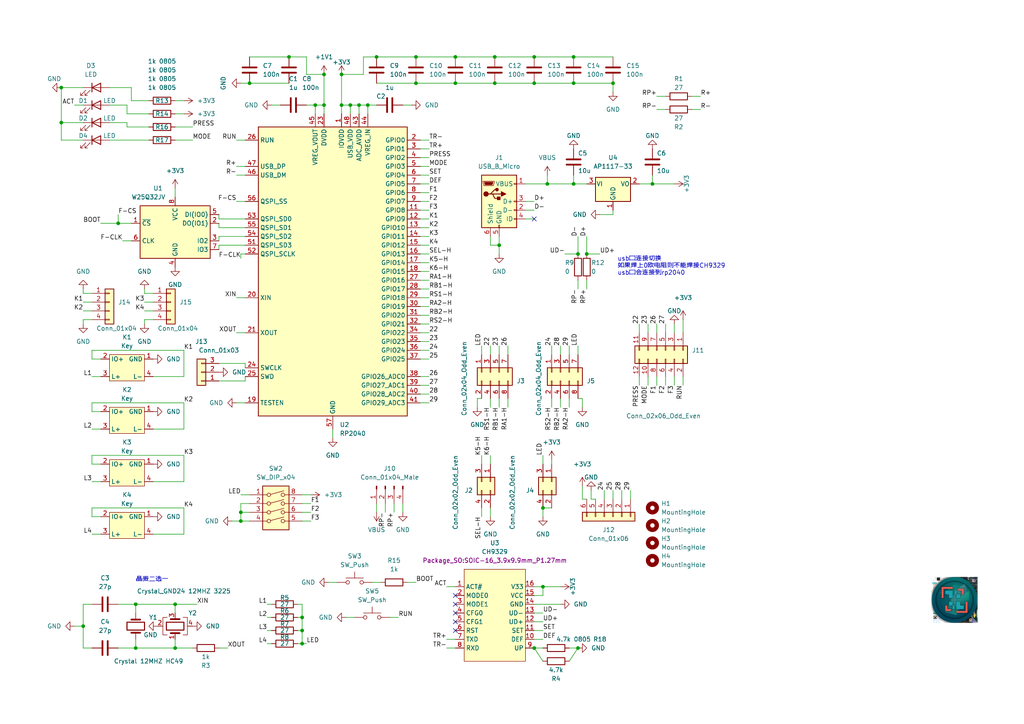
<source format=kicad_sch>
(kicad_sch (version 20211123) (generator eeschema)
  (paper "A4")
  (title_block (title "RKD-stand") (date "2023-01-30") (rev "35") (company "PCX-LK") (comment 1 "https://github.com/PCX-LK/RKD"))
  (junction (at 167.64 187.96))
  (junction (at 154.94 16.51))
  (junction (at 99.06 30.48))
  (junction (at 166.37 16.51))
  (junction (at 109.22 16.51))
  (junction (at 166.37 24.13))
  (junction (at 157.48 170.18))
  (junction (at 83.82 16.51))
  (junction (at 91.44 30.48))
  (junction (at 120.65 16.51))
  (junction (at 24.13 181.61))
  (junction (at 189.23 53.34))
  (junction (at 93.98 30.48))
  (junction (at 170.18 73.66))
  (junction (at 177.8 24.13))
  (junction (at 39.37 175.26))
  (junction (at 93.98 21.59))
  (junction (at 69.85 151.13))
  (junction (at 104.14 30.48))
  (junction (at 17.78 25.4))
  (junction (at 143.51 16.51))
  (junction (at 69.85 148.59))
  (junction (at 143.51 24.13))
  (junction (at 167.64 73.66))
  (junction (at 166.37 53.34))
  (junction (at 132.08 16.51))
  (junction (at 158.75 53.34))
  (junction (at 87.63 186.69))
  (junction (at 72.39 24.13))
  (junction (at 87.63 179.07))
  (junction (at 99.06 21.59))
  (junction (at 87.63 182.88))
  (junction (at 154.94 187.96))
  (junction (at 106.68 30.48))
  (junction (at 132.08 24.13))
  (junction (at 34.29 64.77))
  (junction (at 17.78 35.56))
  (junction (at 157.48 147.32))
  (junction (at 50.8 175.26))
  (junction (at 101.6 30.48))
  (junction (at 154.94 24.13))
  (junction (at 120.65 24.13))
  (junction (at 144.78 71.12))
  (junction (at 50.8 187.96))
  (junction (at 39.37 187.96))
  (no_connect (at 132.08 180.34))
  (no_connect (at 132.08 172.72))
  (no_connect (at 132.08 175.26))
  (no_connect (at 132.08 177.8))
  (no_connect (at 154.94 63.5))
  (no_connect (at 132.08 182.88))
  (wire (pts (xy 172.72 144.78) (xy 171.45 144.78)))
  (wire (pts (xy 29.21 149.86) (xy 26.67 149.86)))
  (wire (pts (xy 139.7 132.08) (xy 139.7 134.62)))
  (wire (pts (xy 109.22 146.05) (xy 109.22 148.59)))
  (wire (pts (xy 77.47 186.69) (xy 78.74 186.69)))
  (wire (pts (xy 144.78 115.57) (xy 144.78 118.11)))
  (wire (pts (xy 63.5 64.77) (xy 63.5 66.04)))
  (wire (pts (xy 121.92 60.96) (xy 124.46 60.96)))
  (wire (pts (xy 121.92 88.9) (xy 124.46 88.9)))
  (wire (pts (xy 143.51 16.51) (xy 154.94 16.51)))
  (wire (pts (xy 72.39 24.13) (xy 83.82 24.13)))
  (wire (pts (xy 87.63 143.51) (xy 90.17 143.51)))
  (wire (pts (xy 109.22 16.51) (xy 120.65 16.51)))
  (wire (pts (xy 166.37 24.13) (xy 177.8 24.13)))
  (wire (pts (xy 26.67 85.09) (xy 24.13 85.09)))
  (wire (pts (xy 26.67 104.14) (xy 26.67 101.6)))
  (wire (pts (xy 88.9 21.59) (xy 93.98 21.59)))
  (wire (pts (xy 63.5 105.41) (xy 71.12 105.41)))
  (wire (pts (xy 50.8 187.96) (xy 55.88 187.96)))
  (wire (pts (xy 177.8 62.23) (xy 173.99 62.23)))
  (wire (pts (xy 144.78 68.58) (xy 144.78 71.12)))
  (wire (pts (xy 86.36 182.88) (xy 87.63 182.88)))
  (wire (pts (xy 36.83 33.02) (xy 43.18 33.02)))
  (wire (pts (xy 53.34 154.94) (xy 44.45 154.94)))
  (wire (pts (xy 63.5 71.12) (xy 71.12 71.12)))
  (wire (pts (xy 67.31 151.13) (xy 69.85 151.13)))
  (wire (pts (xy 87.63 182.88) (xy 87.63 179.07)))
  (wire (pts (xy 36.83 30.48) (xy 36.83 33.02)))
  (wire (pts (xy 142.24 149.86) (xy 142.24 147.32)))
  (wire (pts (xy 121.92 71.12) (xy 124.46 71.12)))
  (wire (pts (xy 144.78 71.12) (xy 144.78 73.66)))
  (wire (pts (xy 166.37 16.51) (xy 177.8 16.51)))
  (wire (pts (xy 195.58 109.22) (xy 195.58 111.76)))
  (wire (pts (xy 154.94 177.8) (xy 157.48 177.8)))
  (wire (pts (xy 63.5 63.5) (xy 71.12 63.5)))
  (wire (pts (xy 68.58 86.36) (xy 71.12 86.36)))
  (wire (pts (xy 142.24 100.33) (xy 142.24 102.87)))
  (wire (pts (xy 109.22 30.48) (xy 106.68 30.48)))
  (wire (pts (xy 99.06 21.59) (xy 105.41 21.59)))
  (wire (pts (xy 17.78 40.64) (xy 24.13 40.64)))
  (wire (pts (xy 114.3 146.05) (xy 114.3 148.59)))
  (wire (pts (xy 53.34 101.6) (xy 53.34 109.22)))
  (wire (pts (xy 50.8 175.26) (xy 57.15 175.26)))
  (wire (pts (xy 53.34 132.08) (xy 53.34 139.7)))
  (wire (pts (xy 189.23 50.8) (xy 189.23 53.34)))
  (wire (pts (xy 105.41 21.59) (xy 105.41 16.51)))
  (wire (pts (xy 29.21 139.7) (xy 26.67 139.7)))
  (wire (pts (xy 157.48 147.32) (xy 160.02 147.32)))
  (wire (pts (xy 162.56 100.33) (xy 162.56 102.87)))
  (wire (pts (xy 29.21 109.22) (xy 26.67 109.22)))
  (wire (pts (xy 120.65 16.51) (xy 132.08 16.51)))
  (wire (pts (xy 147.32 100.33) (xy 147.32 102.87)))
  (wire (pts (xy 39.37 187.96) (xy 39.37 185.42)))
  (wire (pts (xy 162.56 170.18) (xy 157.48 170.18)))
  (wire (pts (xy 71.12 68.58) (xy 63.5 68.58)))
  (wire (pts (xy 29.21 134.62) (xy 26.67 134.62)))
  (wire (pts (xy 158.75 50.8) (xy 158.75 53.34)))
  (wire (pts (xy 71.12 73.66) (xy 69.85 73.66)))
  (wire (pts (xy 147.32 115.57) (xy 147.32 118.11)))
  (wire (pts (xy 17.78 35.56) (xy 17.78 40.64)))
  (wire (pts (xy 180.34 142.24) (xy 180.34 144.78)))
  (wire (pts (xy 63.5 187.96) (xy 66.04 187.96)))
  (wire (pts (xy 68.58 40.64) (xy 71.12 40.64)))
  (wire (pts (xy 86.36 175.26) (xy 87.63 175.26)))
  (wire (pts (xy 177.8 62.23) (xy 177.8 60.96)))
  (wire (pts (xy 182.88 142.24) (xy 182.88 144.78)))
  (wire (pts (xy 198.12 92.71) (xy 198.12 96.52)))
  (wire (pts (xy 26.67 92.71) (xy 24.13 92.71)))
  (wire (pts (xy 121.92 58.42) (xy 124.46 58.42)))
  (wire (pts (xy 162.56 115.57) (xy 162.56 118.11)))
  (wire (pts (xy 50.8 54.61) (xy 50.8 57.15)))
  (wire (pts (xy 121.92 48.26) (xy 124.46 48.26)))
  (wire (pts (xy 41.91 90.17) (xy 44.45 90.17)))
  (wire (pts (xy 152.4 60.96) (xy 154.94 60.96)))
  (wire (pts (xy 170.18 81.28) (xy 170.18 83.82)))
  (wire (pts (xy 106.68 30.48) (xy 106.68 33.02)))
  (wire (pts (xy 152.4 63.5) (xy 154.94 63.5)))
  (wire (pts (xy 41.91 92.71) (xy 41.91 93.98)))
  (wire (pts (xy 50.8 33.02) (xy 53.34 33.02)))
  (wire (pts (xy 83.82 16.51) (xy 88.9 16.51)))
  (wire (pts (xy 24.13 85.09) (xy 24.13 83.82)))
  (wire (pts (xy 111.76 146.05) (xy 111.76 148.59)))
  (wire (pts (xy 87.63 148.59) (xy 90.17 148.59)))
  (wire (pts (xy 63.5 66.04) (xy 71.12 66.04)))
  (wire (pts (xy 142.24 132.08) (xy 142.24 134.62)))
  (wire (pts (xy 44.45 92.71) (xy 41.91 92.71)))
  (wire (pts (xy 99.06 21.59) (xy 99.06 30.48)))
  (wire (pts (xy 69.85 146.05) (xy 69.85 148.59)))
  (wire (pts (xy 88.9 16.51) (xy 88.9 21.59)))
  (wire (pts (xy 87.63 175.26) (xy 87.63 179.07)))
  (wire (pts (xy 171.45 144.78) (xy 171.45 142.24)))
  (wire (pts (xy 26.67 119.38) (xy 26.67 116.84)))
  (wire (pts (xy 36.83 35.56) (xy 36.83 36.83)))
  (wire (pts (xy 104.14 30.48) (xy 106.68 30.48)))
  (wire (pts (xy 69.85 151.13) (xy 72.39 151.13)))
  (wire (pts (xy 24.13 30.48) (xy 21.59 30.48)))
  (wire (pts (xy 116.84 146.05) (xy 116.84 148.59)))
  (wire (pts (xy 121.92 116.84) (xy 124.46 116.84)))
  (wire (pts (xy 107.95 168.91) (xy 110.49 168.91)))
  (wire (pts (xy 121.92 55.88) (xy 124.46 55.88)))
  (wire (pts (xy 39.37 187.96) (xy 50.8 187.96)))
  (wire (pts (xy 87.63 186.69) (xy 88.9 186.69)))
  (wire (pts (xy 53.34 29.21) (xy 50.8 29.21)))
  (wire (pts (xy 121.92 45.72) (xy 124.46 45.72)))
  (wire (pts (xy 121.92 111.76) (xy 124.46 111.76)))
  (wire (pts (xy 63.5 63.5) (xy 63.5 62.23)))
  (wire (pts (xy 158.75 53.34) (xy 166.37 53.34)))
  (wire (pts (xy 154.94 175.26) (xy 162.56 175.26)))
  (wire (pts (xy 121.92 81.28) (xy 124.46 81.28)))
  (wire (pts (xy 168.91 140.97) (xy 168.91 144.78)))
  (wire (pts (xy 78.74 30.48) (xy 81.28 30.48)))
  (wire (pts (xy 69.85 73.66) (xy 69.85 74.93)))
  (wire (pts (xy 41.91 87.63) (xy 44.45 87.63)))
  (wire (pts (xy 17.78 35.56) (xy 24.13 35.56)))
  (wire (pts (xy 170.18 73.66) (xy 173.99 73.66)))
  (wire (pts (xy 53.34 139.7) (xy 44.45 139.7)))
  (wire (pts (xy 69.85 24.13) (xy 72.39 24.13)))
  (wire (pts (xy 93.98 21.59) (xy 93.98 30.48)))
  (wire (pts (xy 198.12 109.22) (xy 198.12 111.76)))
  (wire (pts (xy 26.67 101.6) (xy 53.34 101.6)))
  (wire (pts (xy 86.36 179.07) (xy 87.63 179.07)))
  (wire (pts (xy 129.54 170.18) (xy 132.08 170.18)))
  (wire (pts (xy 154.94 170.18) (xy 157.48 170.18)))
  (wire (pts (xy 190.5 109.22) (xy 190.5 111.76)))
  (wire (pts (xy 121.92 91.44) (xy 124.46 91.44)))
  (wire (pts (xy 157.48 149.86) (xy 157.48 147.32)))
  (wire (pts (xy 50.8 40.64) (xy 55.88 40.64)))
  (wire (pts (xy 29.21 64.77) (xy 34.29 64.77)))
  (wire (pts (xy 29.21 154.94) (xy 26.67 154.94)))
  (wire (pts (xy 129.54 185.42) (xy 132.08 185.42)))
  (wire (pts (xy 50.8 175.26) (xy 50.8 177.8)))
  (wire (pts (xy 71.12 109.22) (xy 71.12 110.49)))
  (wire (pts (xy 105.41 16.51) (xy 109.22 16.51)))
  (wire (pts (xy 200.66 27.94) (xy 203.2 27.94)))
  (wire (pts (xy 71.12 105.41) (xy 71.12 106.68)))
  (wire (pts (xy 96.52 124.46) (xy 96.52 127)))
  (wire (pts (xy 24.13 90.17) (xy 26.67 90.17)))
  (wire (pts (xy 132.08 24.13) (xy 143.51 24.13)))
  (wire (pts (xy 143.51 24.13) (xy 154.94 24.13)))
  (wire (pts (xy 104.14 30.48) (xy 104.14 33.02)))
  (wire (pts (xy 157.48 182.88) (xy 154.94 182.88)))
  (wire (pts (xy 185.42 93.98) (xy 185.42 96.52)))
  (wire (pts (xy 189.23 53.34) (xy 185.42 53.34)))
  (wire (pts (xy 129.54 187.96) (xy 132.08 187.96)))
  (wire (pts (xy 160.02 115.57) (xy 160.02 118.11)))
  (wire (pts (xy 101.6 30.48) (xy 104.14 30.48)))
  (wire (pts (xy 53.34 124.46) (xy 44.45 124.46)))
  (wire (pts (xy 165.1 115.57) (xy 165.1 118.11)))
  (wire (pts (xy 109.22 24.13) (xy 120.65 24.13)))
  (wire (pts (xy 31.75 30.48) (xy 36.83 30.48)))
  (wire (pts (xy 121.92 63.5) (xy 124.46 63.5)))
  (wire (pts (xy 154.94 187.96) (xy 157.48 191.77)))
  (wire (pts (xy 121.92 78.74) (xy 124.46 78.74)))
  (wire (pts (xy 121.92 99.06) (xy 124.46 99.06)))
  (wire (pts (xy 39.37 175.26) (xy 50.8 175.26)))
  (wire (pts (xy 157.48 132.08) (xy 157.48 134.62)))
  (wire (pts (xy 193.04 109.22) (xy 193.04 111.76)))
  (wire (pts (xy 63.5 72.39) (xy 63.5 71.12)))
  (wire (pts (xy 88.9 30.48) (xy 91.44 30.48)))
  (wire (pts (xy 165.1 191.77) (xy 167.64 187.96)))
  (wire (pts (xy 17.78 25.4) (xy 17.78 35.56)))
  (wire (pts (xy 87.63 146.05) (xy 90.17 146.05)))
  (wire (pts (xy 38.1 29.21) (xy 38.1 25.4)))
  (wire (pts (xy 177.8 142.24) (xy 177.8 144.78)))
  (wire (pts (xy 99.06 30.48) (xy 101.6 30.48)))
  (wire (pts (xy 200.66 31.75) (xy 203.2 31.75)))
  (wire (pts (xy 160.02 133.35) (xy 160.02 134.62)))
  (wire (pts (xy 121.92 83.82) (xy 124.46 83.82)))
  (wire (pts (xy 68.58 50.8) (xy 71.12 50.8)))
  (wire (pts (xy 154.94 187.96) (xy 157.48 187.96)))
  (wire (pts (xy 154.94 16.51) (xy 166.37 16.51)))
  (wire (pts (xy 177.8 24.13) (xy 177.8 26.67)))
  (wire (pts (xy 69.85 148.59) (xy 72.39 148.59)))
  (wire (pts (xy 154.94 185.42) (xy 157.48 185.42)))
  (wire (pts (xy 139.7 100.33) (xy 139.7 102.87)))
  (wire (pts (xy 24.13 175.26) (xy 24.13 181.61)))
  (wire (pts (xy 26.67 149.86) (xy 26.67 147.32)))
  (wire (pts (xy 163.83 73.66) (xy 167.64 73.66)))
  (wire (pts (xy 121.92 68.58) (xy 124.46 68.58)))
  (wire (pts (xy 187.96 93.98) (xy 187.96 96.52)))
  (wire (pts (xy 154.94 172.72) (xy 157.48 172.72)))
  (wire (pts (xy 26.67 175.26) (xy 24.13 175.26)))
  (wire (pts (xy 69.85 148.59) (xy 69.85 151.13)))
  (wire (pts (xy 121.92 101.6) (xy 124.46 101.6)))
  (wire (pts (xy 165.1 100.33) (xy 165.1 102.87)))
  (wire (pts (xy 113.03 179.07) (xy 115.57 179.07)))
  (wire (pts (xy 121.92 73.66) (xy 124.46 73.66)))
  (wire (pts (xy 31.75 35.56) (xy 36.83 35.56)))
  (wire (pts (xy 17.78 25.4) (xy 24.13 25.4)))
  (wire (pts (xy 39.37 175.26) (xy 39.37 177.8)))
  (wire (pts (xy 168.91 115.57) (xy 168.91 118.11)))
  (wire (pts (xy 132.08 16.51) (xy 143.51 16.51)))
  (wire (pts (xy 72.39 16.51) (xy 83.82 16.51)))
  (wire (pts (xy 170.18 68.58) (xy 170.18 73.66)))
  (wire (pts (xy 77.47 179.07) (xy 78.74 179.07)))
  (wire (pts (xy 34.29 64.77) (xy 38.1 64.77)))
  (wire (pts (xy 68.58 96.52) (xy 71.12 96.52)))
  (wire (pts (xy 167.64 68.58) (xy 167.64 73.66)))
  (wire (pts (xy 91.44 30.48) (xy 91.44 33.02)))
  (wire (pts (xy 99.06 33.02) (xy 99.06 30.48)))
  (wire (pts (xy 142.24 115.57) (xy 142.24 118.11)))
  (wire (pts (xy 36.83 36.83) (xy 43.18 36.83)))
  (wire (pts (xy 41.91 83.82) (xy 41.91 85.09)))
  (wire (pts (xy 87.63 186.69) (xy 87.63 182.88)))
  (wire (pts (xy 167.64 81.28) (xy 167.64 83.82)))
  (wire (pts (xy 26.67 147.32) (xy 53.34 147.32)))
  (wire (pts (xy 95.25 168.91) (xy 97.79 168.91)))
  (wire (pts (xy 53.34 116.84) (xy 53.34 124.46)))
  (wire (pts (xy 121.92 43.18) (xy 124.46 43.18)))
  (wire (pts (xy 69.85 146.05) (xy 72.39 146.05)))
  (wire (pts (xy 21.59 181.61) (xy 24.13 181.61)))
  (wire (pts (xy 167.64 115.57) (xy 168.91 115.57)))
  (wire (pts (xy 77.47 175.26) (xy 78.74 175.26)))
  (wire (pts (xy 63.5 110.49) (xy 71.12 110.49)))
  (wire (pts (xy 139.7 115.57) (xy 138.43 115.57)))
  (wire (pts (xy 86.36 186.69) (xy 87.63 186.69)))
  (wire (pts (xy 121.92 93.98) (xy 124.46 93.98)))
  (wire (pts (xy 121.92 76.2) (xy 124.46 76.2)))
  (wire (pts (xy 34.29 62.23) (xy 34.29 64.77)))
  (wire (pts (xy 142.24 71.12) (xy 144.78 71.12)))
  (wire (pts (xy 120.65 24.13) (xy 132.08 24.13)))
  (wire (pts (xy 34.29 187.96) (xy 39.37 187.96)))
  (wire (pts (xy 35.56 69.85) (xy 38.1 69.85)))
  (wire (pts (xy 121.92 40.64) (xy 124.46 40.64)))
  (wire (pts (xy 77.47 182.88) (xy 78.74 182.88)))
  (wire (pts (xy 53.34 147.32) (xy 53.34 154.94)))
  (wire (pts (xy 139.7 149.86) (xy 139.7 147.32)))
  (wire (pts (xy 142.24 68.58) (xy 142.24 71.12)))
  (wire (pts (xy 187.96 109.22) (xy 187.96 111.76)))
  (wire (pts (xy 154.94 24.13) (xy 166.37 24.13)))
  (wire (pts (xy 154.94 180.34) (xy 157.48 180.34)))
  (wire (pts (xy 121.92 50.8) (xy 124.46 50.8)))
  (wire (pts (xy 43.18 29.21) (xy 38.1 29.21)))
  (wire (pts (xy 29.21 119.38) (xy 26.67 119.38)))
  (wire (pts (xy 69.85 143.51) (xy 72.39 143.51)))
  (wire (pts (xy 157.48 172.72) (xy 157.48 170.18)))
  (wire (pts (xy 185.42 109.22) (xy 185.42 111.76)))
  (wire (pts (xy 189.23 53.34) (xy 195.58 53.34)))
  (wire (pts (xy 29.21 104.14) (xy 26.67 104.14)))
  (wire (pts (xy 50.8 36.83) (xy 55.88 36.83)))
  (wire (pts (xy 190.5 31.75) (xy 193.04 31.75)))
  (wire (pts (xy 121.92 109.22) (xy 124.46 109.22)))
  (wire (pts (xy 24.13 87.63) (xy 26.67 87.63)))
  (wire (pts (xy 63.5 68.58) (xy 63.5 69.85)))
  (wire (pts (xy 168.91 144.78) (xy 170.18 144.78)))
  (wire (pts (xy 144.78 100.33) (xy 144.78 102.87)))
  (wire (pts (xy 118.11 168.91) (xy 120.65 168.91)))
  (wire (pts (xy 24.13 181.61) (xy 24.13 187.96)))
  (wire (pts (xy 31.75 25.4) (xy 38.1 25.4)))
  (wire (pts (xy 24.13 92.71) (xy 24.13 93.98)))
  (wire (pts (xy 166.37 50.8) (xy 166.37 53.34)))
  (wire (pts (xy 193.04 93.98) (xy 193.04 96.52)))
  (wire (pts (xy 190.5 27.94) (xy 193.04 27.94)))
  (wire (pts (xy 190.5 93.98) (xy 190.5 96.52)))
  (wire (pts (xy 165.1 187.96) (xy 167.64 187.96)))
  (wire (pts (xy 121.92 114.3) (xy 124.46 114.3)))
  (wire (pts (xy 195.58 93.98) (xy 195.58 96.52)))
  (wire (pts (xy 166.37 53.34) (xy 170.18 53.34)))
  (wire (pts (xy 93.98 33.02) (xy 93.98 30.48)))
  (wire (pts (xy 160.02 100.33) (xy 160.02 102.87)))
  (wire (pts (xy 34.29 175.26) (xy 39.37 175.26)))
  (wire (pts (xy 121.92 66.04) (xy 124.46 66.04)))
  (wire (pts (xy 116.84 30.48) (xy 119.38 30.48)))
  (wire (pts (xy 101.6 30.48) (xy 101.6 33.02)))
  (wire (pts (xy 68.58 48.26) (xy 71.12 48.26)))
  (wire (pts (xy 50.8 185.42) (xy 50.8 187.96)))
  (wire (pts (xy 138.43 115.57) (xy 138.43 118.11)))
  (wire (pts (xy 152.4 58.42) (xy 154.94 58.42)))
  (wire (pts (xy 68.58 116.84) (xy 71.12 116.84)))
  (wire (pts (xy 93.98 30.48) (xy 91.44 30.48)))
  (wire (pts (xy 41.91 85.09) (xy 44.45 85.09)))
  (wire (pts (xy 121.92 96.52) (xy 124.46 96.52)))
  (wire (pts (xy 87.63 151.13) (xy 90.17 151.13)))
  (wire (pts (xy 26.67 132.08) (xy 53.34 132.08)))
  (wire (pts (xy 26.67 134.62) (xy 26.67 132.08)))
  (wire (pts (xy 31.75 40.64) (xy 43.18 40.64)))
  (wire (pts (xy 29.21 124.46) (xy 26.67 124.46)))
  (wire (pts (xy 167.64 100.33) (xy 167.64 102.87)))
  (wire (pts (xy 26.67 116.84) (xy 53.34 116.84)))
  (wire (pts (xy 121.92 104.14) (xy 124.46 104.14)))
  (wire (pts (xy 68.58 58.42) (xy 71.12 58.42)))
  (wire (pts (xy 152.4 53.34) (xy 158.75 53.34)))
  (wire (pts (xy 121.92 53.34) (xy 124.46 53.34)))
  (wire (pts (xy 24.13 187.96) (xy 26.67 187.96)))
  (wire (pts (xy 100.33 179.07) (xy 102.87 179.07)))
  (wire (pts (xy 121.92 86.36) (xy 124.46 86.36)))
  (wire (pts (xy 175.26 142.24) (xy 175.26 144.78)))
  (wire (pts (xy 53.34 109.22) (xy 44.45 109.22)))
  (image (at 276.86 173.99) (scale 0.145832))
  (text "usb口连接切换\n如果焊上0欧电阻则不能焊接CH9329\nusb口会连接到rp2040" (at 179.07 80.01 0) (effects (font (size 1.27 1.27)) (justify left bottom)))
  (text "晶振二选一" (at 39.37 168.91 0) (effects (font (size 1.27 1.27)) (justify left bottom)))
  (label "RUN" (at 68.58 40.64 180))
  (label "22" (at 142.24 100.33 90))
  (label "L3" (at 77.47 182.88 180))
  (label "R-" (at 203.2 31.75 0))
  (label "24" (at 175.26 142.24 90))
  (label "BOOT" (at 29.21 64.77 180))
  (label "RB2-H" (at 162.56 118.11 270))
  (label "29" (at 165.1 100.33 90))
  (label "UD+" (at 173.99 73.66 0))
  (label "PRESS" (at 55.88 36.83 0))
  (label "RS2-H" (at 160.02 118.11 270))
  (label "K4" (at 41.91 90.17 180))
  (label "F1" (at 124.46 55.88 0))
  (label "RP+" (at 190.5 27.94 180))
  (label "22" (at 185.42 93.98 90))
  (label "25" (at 124.46 104.14 0))
  (label "R-" (at 68.58 50.8 180))
  (label "RA2-H" (at 124.46 88.9 0))
  (label "K6-H" (at 142.24 132.08 90))
  (label "RA1-H" (at 124.46 81.28 0))
  (label "F1" (at 90.17 146.05 0))
  (label "K2" (at 124.46 66.04 0))
  (label "27" (at 193.04 93.98 90))
  (label "L2" (at 77.47 179.07 180))
  (label "PRESS" (at 124.46 45.72 0))
  (label "RP-" (at 111.76 148.59 270))
  (label "28" (at 162.56 100.33 90))
  (label "RP+" (at 170.18 83.82 270))
  (label "UD-" (at 163.83 73.66 180))
  (label "LED" (at 88.9 186.69 0))
  (label "RP+" (at 114.3 148.59 270))
  (label "24" (at 160.02 100.33 90))
  (label "TR+" (at 124.46 43.18 0))
  (label "22" (at 124.46 96.52 0))
  (label "RB1-H" (at 124.46 83.82 0))
  (label "F-CS" (at 68.58 58.42 180))
  (label "RA1-H" (at 147.32 118.11 270))
  (label "BOOT" (at 120.65 168.91 0))
  (label "28" (at 124.46 114.3 0))
  (label "LED" (at 139.7 100.33 90))
  (label "K4" (at 53.34 147.32 0))
  (label "UD+" (at 157.48 180.34 0))
  (label "R+" (at 203.2 27.94 0))
  (label "XOUT" (at 68.58 96.52 180))
  (label "K3" (at 53.34 132.08 0))
  (label "26" (at 124.46 109.22 0))
  (label "F3" (at 124.46 60.96 0))
  (label "K5-H" (at 139.7 132.08 90))
  (label "RB1-H" (at 144.78 118.11 270))
  (label "K3" (at 41.91 87.63 180))
  (label "24" (at 124.46 101.6 0))
  (label "PRESS" (at 185.42 111.76 270))
  (label "RS1-H" (at 142.24 118.11 270))
  (label "SEL-H" (at 139.7 149.86 270))
  (label "L3" (at 26.67 139.7 180))
  (label "28" (at 180.34 142.24 90))
  (label "L4" (at 26.67 154.94 180))
  (label "27" (at 124.46 111.76 0))
  (label "F-CLK" (at 69.85 74.93 180))
  (label "29" (at 182.88 142.24 90))
  (label "23" (at 144.78 100.33 90))
  (label "XIN" (at 57.15 175.26 0))
  (label "K2" (at 53.34 116.84 0))
  (label "25" (at 177.8 142.24 90))
  (label "D+" (at 154.94 58.42 0))
  (label "DEF" (at 124.46 53.34 0))
  (label "K4" (at 124.46 71.12 0))
  (label "R+" (at 68.58 48.26 180))
  (label "F1" (at 190.5 111.76 270))
  (label "RS1-H" (at 124.46 86.36 0))
  (label "MODE" (at 187.96 111.76 270))
  (label "LED" (at 167.64 100.33 90))
  (label "SET" (at 157.48 182.88 0))
  (label "UD-" (at 157.48 177.8 0))
  (label "K1" (at 124.46 63.5 0))
  (label "F-CLK" (at 35.56 69.85 180))
  (label "26" (at 147.32 100.33 90))
  (label "SEL-H" (at 124.46 73.66 0))
  (label "DEF" (at 157.48 185.42 0))
  (label "TR-" (at 129.54 187.96 180))
  (label "23" (at 187.96 93.98 90))
  (label "XOUT" (at 66.04 187.96 0))
  (label "F-CS" (at 34.29 62.23 0))
  (label "MODE" (at 124.46 48.26 0))
  (label "F2" (at 193.04 111.76 270))
  (label "K5-H" (at 124.46 76.2 0))
  (label "F3" (at 195.58 111.76 270))
  (label "F2" (at 124.46 58.42 0))
  (label "MODE" (at 55.88 40.64 0))
  (label "K3" (at 124.46 68.58 0))
  (label "K2" (at 24.13 90.17 180))
  (label "ACT" (at 129.54 170.18 180))
  (label "RS2-H" (at 124.46 93.98 0))
  (label "D-" (at 154.94 60.96 0))
  (label "TR-" (at 124.46 40.64 0))
  (label "RP-" (at 190.5 31.75 180))
  (label "29" (at 124.46 116.84 0))
  (label "SET" (at 124.46 50.8 0))
  (label "L1" (at 26.67 109.22 180))
  (label "F3" (at 90.17 151.13 0))
  (label "RP-" (at 167.64 83.82 270))
  (label "K1" (at 24.13 87.63 180))
  (label "L2" (at 26.67 124.46 180))
  (label "RB2-H" (at 124.46 91.44 0))
  (label "23" (at 124.46 99.06 0))
  (label "K6-H" (at 124.46 78.74 0))
  (label "D+" (at 170.18 68.58 90))
  (label "L1" (at 77.47 175.26 180))
  (label "LED" (at 157.48 132.08 90))
  (label "D-" (at 167.64 68.58 90))
  (label "F2" (at 90.17 148.59 0))
  (label "L4" (at 77.47 186.69 180))
  (label "RUN" (at 115.57 179.07 0))
  (label "XIN" (at 68.58 86.36 180))
  (label "26" (at 190.5 93.98 90))
  (label "LED" (at 69.85 143.51 180))
  (label "RA2-H" (at 165.1 118.11 270))
  (label "TR+" (at 129.54 185.42 180))
  (label "RUN" (at 198.12 111.76 270))
  (label "K1" (at 53.34 101.6 0))
  (label "ACT" (at 21.59 30.48 180))
  (symbol (lib_id "Device:R") (at 196.85 31.75 270) (unit 1)
    (property "Reference" "R2" (at 196.85 36.83 90))
    (property "Value" "27" (at 196.85 34.29 90))
    (property "Footprint" "Resistor_SMD:R_0805_2012Metric" (effects hide))
  )
  (symbol (lib_id "power:+1V1") (at 93.98 21.59 0) (unit 1)
    (property "Reference" "#PWR0109" (effects hide))
    (property "Value" "+1V1" (at 93.98 16.51 0))
  )
  (symbol (lib_id "power:+3V3") (at 53.34 29.21 270) (unit 1)
    (property "Reference" "#PWR04" (effects hide))
    (property "Value" "+3V3" (at 57.15 29.2101 90) (effects (justify left)))
  )
  (symbol (lib_id "power:GND") (at 44.45 149.86 90) (mirror x) (unit 1)
    (property "Reference" "#PWR0128" (effects hide))
    (property "Value" "GND" (at 48.26 149.8599 90) (effects (justify right)))
  )
  (symbol (lib_id "power:GND") (at 167.64 187.96 90) (unit 1)
    (property "Reference" "#PWR0114" (effects hide))
    (property "Value" "GND" (at 171.45 187.9599 90) (effects (justify right)))
  )
  (symbol (lib_id "Device:R") (at 46.99 29.21 90) (unit 1)
    (property "Reference" "R13" (at 46.99 29.21 90))
    (property "Value" "1k 0805" (at 46.99 17.78 90))
    (property "Footprint" "Resistor_SMD:R_0805_2012Metric" (effects hide))
  )
  (symbol (lib_id "Connector:USB_B_Micro") (at 144.78 58.42 0) (unit 1)
    (property "Reference" "J1" (at 144.78 45.72 0))
    (property "Value" "USB_B_Micro" (at 144.78 48.26 0))
    (property "Footprint" "foot:MICRO-USB-SMD_MICRO-4P-DIP-JB" (effects hide))
  )
  (symbol (lib_id "Device:C") (at 83.82 20.32 180) (unit 1)
    (property "Reference" "C8" (at 87.63 22.86 0) (effects (justify right)))
    (property "Value" "100n" (at 87.63 25.4 0) (effects (justify right)))
    (property "Footprint" "Capacitor_SMD:C_0805_2012Metric" (effects hide))
  )
  (symbol (lib_id "Switch:SW_Push") (at 107.95 179.07 0) (unit 1)
    (property "Reference" "SW5" (at 107.95 171.45 0))
    (property "Value" "SW_Push" (at 107.95 173.99 0))
    (property "Footprint" "Button_Switch_SMD:SW_Push_1P1T_NO_6x6mm_H9.5mm" (effects hide))
  )
  (symbol (lib_id "Device:R") (at 114.3 168.91 90) (unit 1)
    (property "Reference" "R15" (at 114.3 162.56 90))
    (property "Value" "1k" (at 114.3 165.1 90))
    (property "Footprint" "Resistor_SMD:R_0805_2012Metric" (effects hide))
  )
  (symbol (lib_id "Mechanical:MountingHole") (at 189.23 147.32 0) (unit 1)
    (property "Reference" "H1" (at 191.77 146.0499 0) (effects (justify left)))
    (property "Value" "MountingHole" (at 191.77 148.5899 0) (effects (justify left)))
    (property "Footprint" "foot:HO" (effects hide))
  )
  (symbol (lib_id "power:GND") (at 95.25 168.91 270) (unit 1)
    (property "Reference" "#PWR0141" (effects hide))
    (property "Value" "GND" (at 91.44 168.9099 90) (effects (justify right)))
  )
  (symbol (lib_id "Connector_Generic:Conn_01x06") (at 177.8 149.86 270) (unit 1)
    (property "Reference" "J12" (at 176.53 153.67 90))
    (property "Value" "Conn_01x06" (at 176.53 156.21 90))
    (property "Footprint" "Connector_PinHeader_2.54mm:PinHeader_1x06_P2.54mm_Vertical" (effects hide))
  )
  (symbol (lib_id "power:+3V3") (at 99.06 21.59 0) (unit 1)
    (property "Reference" "#PWR0110" (effects hide))
    (property "Value" "+3V3" (at 99.06 18.034 0))
  )
  (symbol (lib_name "Key_3") (lib_id "Key:Key") (at 36.83 152.4 0) (unit 1)
    (property "Reference" "K4" (at 36.83 143.51 0))
    (property "Value" "Key" (at 36.83 146.05 0))
    (property "Footprint" "foot:Key" (effects hide))
  )
  (symbol (lib_id "Device:C") (at 30.48 175.26 90) (unit 1)
    (property "Reference" "C3" (at 30.48 167.64 90))
    (property "Value" "27p" (at 30.48 170.18 90))
    (property "Footprint" "Capacitor_SMD:C_0805_2012Metric" (effects hide))
  )
  (symbol (lib_id "power:GND") (at 50.8 77.47 0) (unit 1)
    (property "Reference" "#PWR0107" (effects hide))
    (property "Value" "GND" (at 50.8 82.55 0))
  )
  (symbol (lib_id "Device:C") (at 109.22 20.32 0) (unit 1)
    (property "Reference" "C9" (at 113.03 19.0499 0) (effects (justify left)))
    (property "Value" "100n" (at 113.03 21.5899 0) (effects (justify left)))
    (property "Footprint" "Capacitor_SMD:C_0805_2012Metric" (effects hide))
  )
  (symbol (lib_id "power:GND") (at 166.37 43.18 0) (mirror x) (unit 1)
    (property "Reference" "#PWR0102" (effects hide))
    (property "Value" "GND" (at 166.37 39.37 0))
  )
  (symbol (lib_id "power:+3V3") (at 160.02 133.35 0) (mirror y) (unit 1)
    (property "Reference" "#PWR0129" (effects hide))
    (property "Value" "+3V3" (at 160.02 128.27 0))
  )
  (symbol (lib_id "power:+3V3") (at 53.34 33.02 270) (unit 1)
    (property "Reference" "#PWR0122" (effects hide))
    (property "Value" "+3V3" (at 57.15 33.0201 90) (effects (justify left)))
  )
  (symbol (lib_id "Device:LED") (at 27.94 30.48 0) (unit 1)
    (property "Reference" "D1" (at 24.13 29.21 0))
    (property "Value" "LED" (at 31.75 29.21 0))
    (property "Footprint" "foot:L1206" (effects hide))
  )
  (symbol (lib_name "Key_3") (lib_id "Key:Key") (at 36.83 137.16 0) (unit 1)
    (property "Reference" "K3" (at 36.83 128.27 0))
    (property "Value" "Key" (at 36.83 130.81 0))
    (property "Footprint" "foot:Key" (effects hide))
  )
  (symbol (lib_id "Memory_Flash:W25Q32JVSS") (at 50.8 67.31 0) (unit 1)
    (property "Reference" "U1" (at 44.45 54.61 0) (effects (justify left)))
    (property "Value" "W25Q32JV" (at 38.1 57.15 0) (effects (justify left)))
    (property "Footprint" "Package_SO:SOIC-8_5.23x5.23mm_P1.27mm" (effects hide))
    (property "Datasheet" "http://www.winbond.com/resource-files/w25q32jv%20revg%2003272018%20plus.pdf" (effects hide))
  )
  (symbol (lib_id "power:GND") (at 177.8 26.67 0) (unit 1)
    (property "Reference" "#PWR0121" (effects hide))
    (property "Value" "GND" (at 177.8 31.75 0))
  )
  (symbol (lib_id "power:GND") (at 138.43 118.11 0) (unit 1)
    (property "Reference" "#PWR0124" (effects hide))
    (property "Value" "GND" (at 138.43 123.19 0))
  )
  (symbol (lib_id "power:GND") (at 96.52 127 0) (unit 1)
    (property "Reference" "#PWR0119" (effects hide))
    (property "Value" "GND" (at 96.52 132.08 0))
  )
  (symbol (lib_id "power:GND") (at 41.91 93.98 0) (unit 1)
    (property "Reference" "#PWR08" (effects hide))
    (property "Value" "GND" (at 41.91 99.06 0))
  )
  (symbol (lib_id "power:+3V3") (at 198.12 92.71 0) (unit 1)
    (property "Reference" "#PWR0125" (effects hide))
    (property "Value" "+3V3" (at 198.12 86.36 0))
  )
  (symbol (lib_id "Mechanical:MountingHole") (at 189.23 162.56 0) (unit 1)
    (property "Reference" "H4" (at 191.77 161.2899 0) (effects (justify left)))
    (property "Value" "MountingHole" (at 191.77 163.8299 0) (effects (justify left)))
    (property "Footprint" "foot:HO" (effects hide))
  )
  (symbol (lib_id "power:GND") (at 144.78 73.66 0) (unit 1)
    (property "Reference" "#PWR0104" (effects hide))
    (property "Value" "GND" (at 144.78 78.74 0))
  )
  (symbol (lib_id "Connector:Conn_01x04_Male") (at 111.76 140.97 90) (mirror x) (unit 1)
    (property "Reference" "J10" (at 113.03 135.89 90))
    (property "Value" "Conn_01x04_Male" (at 113.03 138.43 90))
    (property "Footprint" "foot:XH-7mm" (effects hide))
  )
  (symbol (lib_name "Key_3") (lib_id "Key:Key") (at 36.83 121.92 0) (unit 1)
    (property "Reference" "K2" (at 36.83 113.03 0))
    (property "Value" "Key" (at 36.83 115.57 0))
    (property "Footprint" "foot:Key" (effects hide))
  )
  (symbol (lib_id "power:GND") (at 195.58 93.98 180) (unit 1)
    (property "Reference" "#PWR0136" (effects hide))
    (property "Value" "GND" (at 195.58 90.17 0))
  )
  (symbol (lib_id "Device:C") (at 113.03 30.48 90) (unit 1)
    (property "Reference" "C2" (at 110.49 27.94 90))
    (property "Value" "1u" (at 113.03 25.4 90))
    (property "Footprint" "Capacitor_SMD:C_0805_2012Metric" (effects hide))
  )
  (symbol (lib_id "power:GND") (at 189.23 43.18 0) (mirror x) (unit 1)
    (property "Reference" "#PWR0105" (effects hide))
    (property "Value" "GND" (at 189.23 39.37 0))
  )
  (symbol (lib_id "MCU_RaspberryPi:RP2040") (at 96.52 78.74 0) (unit 1)
    (property "Reference" "U2" (at 98.5394 123.19 0) (effects (justify left)))
    (property "Value" "RP2040" (at 98.5394 125.73 0) (effects (justify left)))
    (property "Footprint" "foot:RP2040-QFN-56" (effects hide))
    (property "Datasheet" "https://datasheets.raspberrypi.com/rp2040/rp2040-datasheet.pdf" (effects hide))
  )
  (symbol (lib_id "Device:R") (at 161.29 187.96 90) (unit 1)
    (property "Reference" "R18" (at 173.99 185.42 90))
    (property "Value" "4.7k 0805" (at 166.37 185.42 90))
    (property "Footprint" "Resistor_SMD:R_0805_2012Metric" (effects hide))
  )
  (symbol (lib_id "power:GND") (at 157.48 149.86 0) (unit 1)
    (property "Reference" "#PWR0133" (effects hide))
    (property "Value" "GND" (at 157.48 154.94 0))
  )
  (symbol (lib_id "Switch:SW_Push") (at 102.87 168.91 0) (unit 1)
    (property "Reference" "SW3" (at 102.87 161.29 0))
    (property "Value" "SW_Push" (at 102.87 163.83 0))
    (property "Footprint" "Button_Switch_SMD:SW_Push_1P1T_NO_6x6mm_H9.5mm" (effects hide))
  )
  (symbol (lib_id "Device:C") (at 189.23 46.99 180) (unit 1)
    (property "Reference" "C6" (at 190.5 44.45 0) (effects (justify right)))
    (property "Value" "10u" (at 190.5 49.53 0) (effects (justify right)))
    (property "Footprint" "Capacitor_SMD:C_0805_2012Metric" (effects hide))
  )
  (symbol (lib_id "ch9329:CH9329") (at 143.51 177.8 0) (unit 1)
    (property "Reference" "U3" (at 143.51 157.48 0))
    (property "Value" "CH9329" (at 143.51 160.02 0))
    (property "Footprint" "Package_SO:SOIC-16_3.9x9.9mm_P1.27mm" (at 143.51 162.56 0))
  )
  (symbol (lib_id "Device:C") (at 166.37 46.99 180) (unit 1)
    (property "Reference" "C5" (at 167.64 44.45 0) (effects (justify right)))
    (property "Value" "10u" (at 167.64 49.53 0) (effects (justify right)))
    (property "Footprint" "Capacitor_SMD:C_0805_2012Metric" (effects hide))
  )
  (symbol (lib_id "power:+3V3") (at 50.8 54.61 0) (unit 1)
    (property "Reference" "#PWR01" (effects hide))
    (property "Value" "+3V3" (at 50.8 49.53 0))
  )
  (symbol (lib_id "Device:C") (at 143.51 20.32 0) (unit 1)
    (property "Reference" "C12" (at 147.32 19.0499 0) (effects (justify left)))
    (property "Value" "100n" (at 147.32 21.5899 0) (effects (justify left)))
    (property "Footprint" "Capacitor_SMD:C_0805_2012Metric" (effects hide))
  )
  (symbol (lib_id "Device:C") (at 166.37 20.32 0) (unit 1)
    (property "Reference" "C14" (at 170.18 19.0499 0) (effects (justify left)))
    (property "Value" "100n" (at 170.18 21.5899 0) (effects (justify left)))
    (property "Footprint" "Capacitor_SMD:C_0805_2012Metric" (effects hide))
  )
  (symbol (lib_id "Device:C") (at 177.8 20.32 0) (unit 1)
    (property "Reference" "C15" (at 181.61 19.0499 0) (effects (justify left)))
    (property "Value" "100n" (at 181.61 21.5899 0) (effects (justify left)))
    (property "Footprint" "Capacitor_SMD:C_0805_2012Metric" (effects hide))
  )
  (symbol (lib_id "Switch:SW_DIP_x04") (at 80.01 148.59 0) (unit 1)
    (property "Reference" "SW2" (at 80.01 135.89 0))
    (property "Value" "SW_DIP_x04" (at 80.01 138.43 0))
    (property "Footprint" "Button_Switch_THT:SW_DIP_SPSTx04_Slide_9.78x12.34mm_W7.62mm_P2.54mm" (effects hide))
  )
  (symbol (lib_id "power:GND") (at 21.59 181.61 270) (unit 1)
    (property "Reference" "#PWR0120" (effects hide))
    (property "Value" "GND" (at 17.78 181.6099 90) (effects (justify right)))
  )
  (symbol (lib_id "power:GND") (at 173.99 62.23 270) (unit 1)
    (property "Reference" "#PWR0101" (effects hide))
    (property "Value" "GND" (at 170.18 62.2299 90) (effects (justify right)))
  )
  (symbol (lib_id "Connector_Generic:Conn_01x04") (at 31.75 87.63 0) (unit 1)
    (property "Reference" "J14" (at 34.29 87.6299 0) (effects (justify left)))
    (property "Value" "Conn_01x04" (at 27.94 95.25 0) (effects (justify left)))
    (property "Footprint" "Connector_PinHeader_2.54mm:PinHeader_1x04_P2.54mm_Vertical" (effects hide))
  )
  (symbol (lib_id "Device:LED") (at 27.94 35.56 0) (unit 1)
    (property "Reference" "D2" (at 24.13 34.29 0))
    (property "Value" "LED" (at 31.75 34.29 0))
    (property "Footprint" "foot:L1206" (effects hide))
  )
  (symbol (lib_id "power:GND") (at 78.74 30.48 270) (unit 1)
    (property "Reference" "#PWR0112" (effects hide))
    (property "Value" "GND" (at 74.93 30.4799 90) (effects (justify right)))
  )
  (symbol (lib_id "power:GND") (at 162.56 175.26 90) (unit 1)
    (property "Reference" "#PWR0115" (effects hide))
    (property "Value" "GND" (at 166.37 175.2599 90) (effects (justify right)))
  )
  (symbol (lib_id "power:GND") (at 171.45 142.24 180) (unit 1)
    (property "Reference" "#PWR0137" (effects hide))
    (property "Value" "GND" (at 171.45 138.43 0))
  )
  (symbol (lib_id "Device:C") (at 132.08 20.32 0) (unit 1)
    (property "Reference" "C11" (at 135.89 19.0499 0) (effects (justify left)))
    (property "Value" "100n" (at 135.89 21.5899 0) (effects (justify left)))
    (property "Footprint" "Capacitor_SMD:C_0805_2012Metric" (effects hide))
  )
  (symbol (lib_id "power:GND") (at 44.45 134.62 90) (mirror x) (unit 1)
    (property "Reference" "#PWR0127" (effects hide))
    (property "Value" "GND" (at 48.26 134.6199 90) (effects (justify right)))
  )
  (symbol (lib_id "Connector_Generic:Conn_01x03") (at 58.42 107.95 180) (unit 1)
    (property "Reference" "J13" (at 58.42 99.06 0))
    (property "Value" "Conn_01x03" (at 63.5 101.6 0))
    (property "Footprint" "Connector_PinHeader_2.54mm:PinHeader_1x03_P2.54mm_Vertical" (effects hide))
  )
  (symbol (lib_id "Mechanical:MountingHole") (at 189.23 152.4 0) (unit 1)
    (property "Reference" "H2" (at 191.77 151.1299 0) (effects (justify left)))
    (property "Value" "MountingHole" (at 191.77 153.6699 0) (effects (justify left)))
    (property "Footprint" "foot:HO" (effects hide))
  )
  (symbol (lib_id "power:GND") (at 68.58 116.84 270) (unit 1)
    (property "Reference" "#PWR0111" (effects hide))
    (property "Value" "GND" (at 64.77 116.8399 90) (effects (justify right)))
  )
  (symbol (lib_id "Device:R") (at 82.55 182.88 90) (unit 1)
    (property "Reference" "R7" (at 82.55 180.975 90))
    (property "Value" "27" (at 82.55 182.88 90))
    (property "Footprint" "Resistor_SMD:R_0805_2012Metric" (effects hide))
  )
  (symbol (lib_id "power:VBUS") (at 158.75 50.8 0) (unit 1)
    (property "Reference" "#PWR0103" (effects hide))
    (property "Value" "VBUS" (at 158.75 45.72 0))
  )
  (symbol (lib_id "Device:LED") (at 27.94 40.64 0) (unit 1)
    (property "Reference" "D4" (at 24.13 39.37 0))
    (property "Value" "LED" (at 31.75 39.37 0))
    (property "Footprint" "foot:L1206" (effects hide))
  )
  (symbol (lib_id "Device:R") (at 82.55 186.69 90) (unit 1)
    (property "Reference" "R8" (at 82.55 184.785 90))
    (property "Value" "27" (at 82.55 186.69 90))
    (property "Footprint" "Resistor_SMD:R_0805_2012Metric" (effects hide))
  )
  (symbol (lib_id "Device:R") (at 196.85 27.94 90) (unit 1)
    (property "Reference" "R1" (at 196.85 22.86 90))
    (property "Value" "27" (at 196.85 25.4 90))
    (property "Footprint" "Resistor_SMD:R_0805_2012Metric" (effects hide))
  )
  (symbol (lib_id "Connector_Generic:Conn_02x02_Odd_Even") (at 142.24 139.7 270) (unit 1)
    (property "Reference" "J2" (at 137.16 142.2401 90) (effects (justify right)))
    (property "Value" "Conn_02x02_Odd_Even" (at 132.08 153.67 0) (effects (justify right)))
    (property "Footprint" "Connector_PinHeader_2.54mm:PinHeader_2x02_P2.54mm_Horizontal" (effects hide))
  )
  (symbol (lib_id "Device:R") (at 46.99 40.64 90) (unit 1)
    (property "Reference" "R17" (at 46.99 40.64 90))
    (property "Value" "1k 0805" (at 46.99 25.4 90))
    (property "Footprint" "Resistor_SMD:R_0805_2012Metric" (effects hide))
  )
  (symbol (lib_id "power:GND") (at 69.85 24.13 270) (unit 1)
    (property "Reference" "#PWR0117" (effects hide))
    (property "Value" "GND" (at 64.77 24.13 0))
  )
  (symbol (lib_id "Device:C") (at 72.39 20.32 180) (unit 1)
    (property "Reference" "C7" (at 76.2 19.0499 0) (effects (justify right)))
    (property "Value" "100n" (at 76.2 21.5899 0) (effects (justify right)))
    (property "Footprint" "Capacitor_SMD:C_0805_2012Metric" (effects hide))
  )
  (symbol (lib_id "Device:R") (at 82.55 179.07 90) (unit 1)
    (property "Reference" "R6" (at 82.55 177.165 90))
    (property "Value" "27" (at 82.55 179.07 90))
    (property "Footprint" "Resistor_SMD:R_0805_2012Metric" (effects hide))
  )
  (symbol (lib_id "power:+3V3") (at 90.17 143.51 270) (unit 1)
    (property "Reference" "#PWR0132" (effects hide))
    (property "Value" "+3V3" (at 93.98 143.5099 90) (effects (justify left)))
  )
  (symbol (lib_id "power:GND") (at 63.5 107.95 90) (unit 1)
    (property "Reference" "#PWR03" (effects hide))
    (property "Value" "GND" (at 67.31 107.95 90) (effects (justify right)))
  )
  (symbol (lib_id "Connector_Generic:Conn_02x04_Odd_Even") (at 142.24 107.95 90) (mirror x) (unit 1)
    (property "Reference" "J3" (at 149.86 110.4901 90) (effects (justify right)))
    (property "Value" "Conn_02x04_Odd_Even" (at 134.62 120.65 0) (effects (justify right)))
    (property "Footprint" "Connector_PinHeader_2.54mm:PinHeader_2x04_P2.54mm_Horizontal" (effects hide))
  )
  (symbol (lib_id "Device:C") (at 154.94 20.32 0) (unit 1)
    (property "Reference" "C13" (at 158.75 19.0499 0) (effects (justify left)))
    (property "Value" "100n" (at 158.75 21.5899 0) (effects (justify left)))
    (property "Footprint" "Capacitor_SMD:C_0805_2012Metric" (effects hide))
  )
  (symbol (lib_id "power:GND") (at 24.13 93.98 0) (unit 1)
    (property "Reference" "#PWR06" (effects hide))
    (property "Value" "GND" (at 24.13 99.06 0))
  )
  (symbol (lib_id "power:GND") (at 55.88 181.61 90) (unit 1)
    (property "Reference" "#PWR0108" (effects hide))
    (property "Value" "GND" (at 59.69 181.6099 90) (effects (justify right)))
  )
  (symbol (lib_id "Connector_Generic:Conn_02x06_Odd_Even") (at 193.04 101.6 270) (unit 1)
    (property "Reference" "J11" (at 200.66 101.5999 90) (effects (justify left)))
    (property "Value" "Conn_02x06_Odd_Even" (at 181.61 120.65 90) (effects (justify left)))
    (property "Footprint" "Connector_PinHeader_2.54mm:PinHeader_2x06_P2.54mm_Vertical" (effects hide))
  )
  (symbol (lib_id "power:GND") (at 45.72 181.61 270) (unit 1)
    (property "Reference" "#PWR0138" (effects hide))
    (property "Value" "GND" (at 45.72 184.15 90) (effects (justify right)))
  )
  (symbol (lib_id "Device:R") (at 59.69 187.96 90) (unit 1)
    (property "Reference" "R3" (at 59.69 193.04 90))
    (property "Value" "1k" (at 59.69 190.5 90))
    (property "Footprint" "Resistor_SMD:R_0805_2012Metric" (effects hide))
  )
  (symbol (lib_id "power:GND") (at 100.33 179.07 270) (unit 1)
    (property "Reference" "#PWR0118" (effects hide))
    (property "Value" "GND" (at 96.52 179.0699 90) (effects (justify right)))
  )
  (symbol (lib_id "Device:Crystal_GND24") (at 50.8 181.61 90) (unit 1)
    (property "Reference" "Y2" (at 55.88 177.8 90))
    (property "Value" "Crystal_GND24 12MHZ 3225" (at 53.34 171.45 90))
    (property "Footprint" "Crystal:Crystal_SMD_3225-4Pin_3.2x2.5mm" (effects hide))
  )
  (symbol (lib_id "power:GND") (at 67.31 151.13 270) (unit 1)
    (property "Reference" "#PWR0131" (effects hide))
    (property "Value" "GND" (at 63.5 151.1299 90) (effects (justify right)))
  )
  (symbol (lib_id "power:GND") (at 41.91 83.82 180) (unit 1)
    (property "Reference" "#PWR07" (effects hide))
    (property "Value" "GND" (at 41.91 78.74 0))
  )
  (symbol (lib_id "Connector_Generic:Conn_01x04") (at 49.53 87.63 0) (unit 1)
    (property "Reference" "J15" (at 52.07 87.6299 0) (effects (justify left)))
    (property "Value" "Conn_01x04" (at 45.72 95.25 0) (effects (justify left)))
    (property "Footprint" "Connector_PinHeader_2.54mm:PinHeader_1x04_P2.54mm_Vertical" (effects hide))
  )
  (symbol (lib_id "Device:R") (at 161.29 191.77 90) (unit 1)
    (property "Reference" "R4" (at 161.29 196.85 90))
    (property "Value" "4.7k" (at 161.29 194.31 90))
    (property "Footprint" "Resistor_THT:R_Axial_DIN0204_L3.6mm_D1.6mm_P7.62mm_Horizontal" (effects hide))
  )
  (symbol (lib_id "Device:R") (at 170.18 77.47 0) (unit 1)
    (property "Reference" "R12" (at 171.45 76.2 0) (effects (justify left)))
    (property "Value" "0" (at 171.45 78.74 0) (effects (justify left)))
    (property "Footprint" "Resistor_SMD:R_0805_2012Metric" (effects hide))
  )
  (symbol (lib_id "Regulator_Linear:AP1117-33") (at 177.8 53.34 0) (unit 1)
    (property "Reference" "U4" (at 177.8 45.72 0))
    (property "Value" "AP1117-33" (at 177.8 48.26 0))
    (property "Footprint" "Package_TO_SOT_SMD:SOT-223-3_TabPin2" (effects hide))
    (property "Datasheet" "http://www.diodes.com/datasheets/AP1117.pdf" (effects hide))
  )
  (symbol (lib_name "Key_3") (lib_id "Key:Key") (at 36.83 106.68 0) (unit 1)
    (property "Reference" "K1" (at 36.83 97.79 0))
    (property "Value" "Key" (at 36.83 100.33 0))
    (property "Footprint" "foot:Key" (effects hide))
  )
  (symbol (lib_id "Device:C") (at 30.48 187.96 90) (unit 1)
    (property "Reference" "C4" (at 30.48 180.34 90))
    (property "Value" "27p" (at 30.48 182.88 90))
    (property "Footprint" "Capacitor_SMD:C_0805_2012Metric" (effects hide))
  )
  (symbol (lib_id "power:VBUS") (at 109.22 148.59 180) (unit 1)
    (property "Reference" "#PWR0139" (effects hide))
    (property "Value" "VBUS" (at 109.22 153.67 0))
  )
  (symbol (lib_id "Device:R") (at 46.99 33.02 90) (unit 1)
    (property "Reference" "R14" (at 46.99 33.02 90))
    (property "Value" "1k 0805" (at 46.99 20.32 90))
    (property "Footprint" "Resistor_SMD:R_0805_2012Metric" (effects hide))
  )
  (symbol (lib_id "power:+3V3") (at 162.56 170.18 270) (unit 1)
    (property "Reference" "#PWR0116" (effects hide))
    (property "Value" "+3V3" (at 166.116 170.18 0))
  )
  (symbol (lib_id "power:GND") (at 24.13 83.82 180) (unit 1)
    (property "Reference" "#PWR05" (effects hide))
    (property "Value" "GND" (at 24.13 78.74 0))
  )
  (symbol (lib_id "power:GND") (at 119.38 30.48 90) (unit 1)
    (property "Reference" "#PWR0113" (effects hide))
    (property "Value" "GND" (at 123.19 30.4799 90) (effects (justify right)))
  )
  (symbol (lib_id "Device:R") (at 82.55 175.26 90) (unit 1)
    (property "Reference" "R5" (at 82.55 173.355 90))
    (property "Value" "27" (at 82.55 175.26 90))
    (property "Footprint" "Resistor_SMD:R_0805_2012Metric" (effects hide))
  )
  (symbol (lib_id "power:GND") (at 142.24 149.86 0) (unit 1)
    (property "Reference" "#PWR0134" (effects hide))
    (property "Value" "GND" (at 142.24 154.94 0))
  )
  (symbol (lib_id "Mechanical:MountingHole") (at 189.23 157.48 0) (unit 1)
    (property "Reference" "H3" (at 191.77 156.2099 0) (effects (justify left)))
    (property "Value" "MountingHole" (at 191.77 158.7499 0) (effects (justify left)))
    (property "Footprint" "foot:HO" (effects hide))
  )
  (symbol (lib_id "power:GND") (at 44.45 119.38 90) (mirror x) (unit 1)
    (property "Reference" "#PWR0126" (effects hide))
    (property "Value" "GND" (at 48.26 119.3799 90) (effects (justify right)))
  )
  (symbol (lib_id "Device:R") (at 46.99 36.83 90) (unit 1)
    (property "Reference" "R16" (at 46.99 36.83 90))
    (property "Value" "1k 0805" (at 46.99 22.86 90))
    (property "Footprint" "Resistor_SMD:R_0805_2012Metric" (effects hide))
  )
  (symbol (lib_id "power:GND") (at 116.84 148.59 0) (unit 1)
    (property "Reference" "#PWR0140" (effects hide))
    (property "Value" "GND" (at 116.84 153.67 0))
  )
  (symbol (lib_id "power:GND") (at 17.78 25.4 270) (unit 1)
    (property "Reference" "#PWR02" (effects hide))
    (property "Value" "GND" (at 17.78 22.86 90) (effects (justify right)))
  )
  (symbol (lib_id "power:GND") (at 168.91 118.11 0) (unit 1)
    (property "Reference" "#PWR0135" (effects hide))
    (property "Value" "GND" (at 168.91 123.19 0))
  )
  (symbol (lib_id "Connector_Generic:Conn_02x04_Odd_Even") (at 162.56 107.95 90) (mirror x) (unit 1)
    (property "Reference" "J5" (at 170.18 110.4901 90) (effects (justify right)))
    (property "Value" "Conn_02x04_Odd_Even" (at 156.21 120.65 0) (effects (justify right)))
    (property "Footprint" "Connector_PinHeader_2.54mm:PinHeader_2x04_P2.54mm_Horizontal" (effects hide))
  )
  (symbol (lib_id "Device:C") (at 120.65 20.32 0) (unit 1)
    (property "Reference" "C10" (at 124.46 19.0499 0) (effects (justify left)))
    (property "Value" "100n" (at 124.46 21.5899 0) (effects (justify left)))
    (property "Footprint" "Capacitor_SMD:C_0805_2012Metric" (effects hide))
  )
  (symbol (lib_id "Connector_Generic:Conn_02x02_Odd_Even") (at 160.02 139.7 270) (unit 1)
    (property "Reference" "J4" (at 154.94 142.2401 90) (effects (justify right)))
    (property "Value" "Conn_02x02_Odd_Even" (at 148.59 153.67 0) (effects (justify right)))
    (property "Footprint" "Connector_PinHeader_2.54mm:PinHeader_2x02_P2.54mm_Horizontal" (effects hide))
  )
  (symbol (lib_id "Device:LED") (at 27.94 25.4 0) (unit 1)
    (property "Reference" "D3" (at 26.3525 19.05 0))
    (property "Value" "LED" (at 26.3525 21.59 0))
    (property "Footprint" "foot:L1206" (effects hide))
  )
  (symbol (lib_id "power:+3V3") (at 168.91 140.97 0) (unit 1)
    (property "Reference" "#PWR0123" (effects hide))
    (property "Value" "+3V3" (at 168.91 134.62 0))
  )
  (symbol (lib_id "Device:C") (at 85.09 30.48 90) (unit 1)
    (property "Reference" "C1" (at 85.09 22.86 90))
    (property "Value" "1u" (at 85.09 25.4 90))
    (property "Footprint" "Capacitor_SMD:C_0805_2012Metric" (effects hide))
  )
  (symbol (lib_id "power:GND") (at 44.45 104.14 90) (mirror x) (unit 1)
    (property "Reference" "#PWR0130" (effects hide))
    (property "Value" "GND" (at 48.26 104.1399 90) (effects (justify right)))
  )
  (symbol (lib_id "Device:R") (at 167.64 77.47 0) (unit 1)
    (property "Reference" "R9" (at 163.83 76.2 0) (effects (justify left)))
    (property "Value" "0" (at 163.83 78.74 0) (effects (justify left)))
    (property "Footprint" "Resistor_SMD:R_0805_2012Metric" (effects hide))
  )
  (symbol (lib_id "Device:Crystal") (at 39.37 181.61 90) (unit 1)
    (property "Reference" "Y1" (at 43.18 179.07 90) (effects (justify right)))
    (property "Value" "Crystal 12MHZ HC49" (at 33.02 191.77 90) (effects (justify right)))
    (property "Footprint" "Crystal:Crystal_SMD_HC49-SD" (effects hide))
  )
  (symbol (lib_id "power:+3V3") (at 195.58 53.34 270) (unit 1)
    (property "Reference" "#PWR0106" (effects hide))
    (property "Value" "+3V3" (at 199.136 53.34 0))
  )
)
</source>
